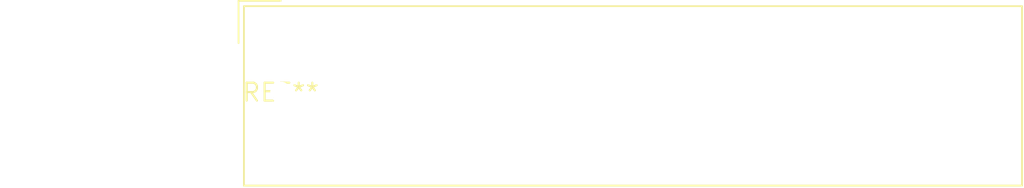
<source format=kicad_pcb>
(kicad_pcb (version 20240108) (generator pcbnew)
  (layers (0 "F.Cu" signal) (31 "B.Cu" signal) (34 "B.Paste" user) (35 "F.Paste" user) (36 "B.SilkS" user "B.Silkscreen") (37 "F.SilkS" user "F.Silkscreen") (38 "B.Mask" user) (39 "F.Mask" user) (44 "Edge.Cuts" user))
  (net 0 "")
  (footprint "Altech_AK300_1x11_P5.00mm_45-Degree" (layer "F.Cu") (at 0 0)
    (property "Reference" "REF**")
    (property "Value" "Altech_AK300_1x11_P5.00mm_45-Degree")
    (fp_line (start -3 -6.5) (end 0 -6.5) (layer "F.SilkS") (stroke (width 0.12)))
    (fp_line (start -3 -3.5) (end -3 -6.5) (layer "F.SilkS") (stroke (width 0.12)))
    (fp_line (start -2.62 -6.12) (end -2.62 6.62) (layer "F.SilkS") (stroke (width 0.12)))
    (fp_line (start -2.62 -6.12) (end -2.62 6.62) (layer "F.SilkS") (stroke (width 0.12)))
    (fp_line (start -2.62 -6.12) (end 52.62 -6.12) (layer "F.SilkS") (stroke (width 0.12)))
    (fp_line (start -2.62 -6.12) (end 52.62 -6.12) (layer "F.SilkS") (stroke (width 0.12)))
    (fp_line (start -2.62 6.62) (end 52.62 6.62) (layer "F.SilkS") (stroke (width 0.12)))
    (fp_line (start -2.62 6.62) (end 52.62 6.62) (layer "F.SilkS") (stroke (width 0.12)))
    (fp_line (start 52.62 -6.12) (end 52.62 6.62) (layer "F.SilkS") (stroke (width 0.12)))
    (fp_line (start 52.62 -6.12) (end 52.62 6.62) (layer "F.SilkS") (stroke (width 0.12)))
    (pad "1" thru_hole rect (at 0 0) (size 3 3) (drill 1.5) (layers *.Cu *.Mask) (remove_unused_layers))
    (pad "2" thru_hole circle (at 5 0) (size 3 3) (drill 1.5) (layers *.Cu *.Mask) (remove_unused_layers))
    (pad "3" thru_hole circle (at 10 0) (size 3 3) (drill 1.5) (layers *.Cu *.Mask) (remove_unused_layers))
    (pad "4" thru_hole circle (at 15 0) (size 3 3) (drill 1.5) (layers *.Cu *.Mask) (remove_unused_layers))
    (pad "5" thru_hole circle (at 20 0) (size 3 3) (drill 1.5) (layers *.Cu *.Mask) (remove_unused_layers))
    (pad "6" thru_hole circle (at 25 0) (size 3 3) (drill 1.5) (layers *.Cu *.Mask) (remove_unused_layers))
    (pad "7" thru_hole circle (at 30 0) (size 3 3) (drill 1.5) (layers *.Cu *.Mask) (remove_unused_layers))
    (pad "8" thru_hole circle (at 35 0) (size 3 3) (drill 1.5) (layers *.Cu *.Mask) (remove_unused_layers))
    (pad "9" thru_hole circle (at 40 0) (size 3 3) (drill 1.5) (layers *.Cu *.Mask) (remove_unused_layers))
    (pad "10" thru_hole circle (at 45 0) (size 3 3) (drill 1.5) (layers *.Cu *.Mask) (remove_unused_layers))
    (pad "11" thru_hole circle (at 50 0) (size 3 3) (drill 1.5) (layers *.Cu *.Mask) (remove_unused_layers))
  )
)
</source>
